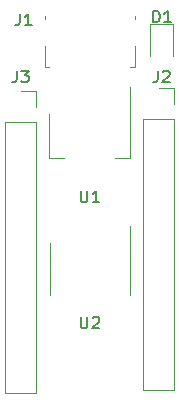
<source format=gbr>
%TF.GenerationSoftware,KiCad,Pcbnew,5.1.9-73d0e3b20d~88~ubuntu20.04.1*%
%TF.CreationDate,2021-06-24T22:41:13-04:00*%
%TF.ProjectId,stm32_breakout,73746d33-325f-4627-9265-616b6f75742e,rev?*%
%TF.SameCoordinates,Original*%
%TF.FileFunction,Legend,Top*%
%TF.FilePolarity,Positive*%
%FSLAX46Y46*%
G04 Gerber Fmt 4.6, Leading zero omitted, Abs format (unit mm)*
G04 Created by KiCad (PCBNEW 5.1.9-73d0e3b20d~88~ubuntu20.04.1) date 2021-06-24 22:41:13*
%MOMM*%
%LPD*%
G01*
G04 APERTURE LIST*
%ADD10C,0.120000*%
%ADD11C,0.150000*%
G04 APERTURE END LIST*
D10*
%TO.C,D1*%
X137216000Y-59021000D02*
X137216000Y-61706000D01*
X139136000Y-59021000D02*
X137216000Y-59021000D01*
X139136000Y-61706000D02*
X139136000Y-59021000D01*
%TO.C,J1*%
X135890000Y-58360000D02*
X135890000Y-58620000D01*
X135890000Y-60900000D02*
X135890000Y-62670000D01*
X135890000Y-62670000D02*
X135510000Y-62670000D01*
X128270000Y-62670000D02*
X128270000Y-60900000D01*
X128270000Y-58620000D02*
X128270000Y-58360000D01*
X128270000Y-62670000D02*
X128650000Y-62670000D01*
%TO.C,J2*%
X136592000Y-67056000D02*
X139252000Y-67056000D01*
X136592000Y-67056000D02*
X136592000Y-89976000D01*
X136592000Y-89976000D02*
X139252000Y-89976000D01*
X139252000Y-67056000D02*
X139252000Y-89976000D01*
X139252000Y-64456000D02*
X139252000Y-65786000D01*
X137922000Y-64456000D02*
X139252000Y-64456000D01*
%TO.C,J3*%
X126238000Y-64710000D02*
X127568000Y-64710000D01*
X127568000Y-64710000D02*
X127568000Y-66040000D01*
X127568000Y-67310000D02*
X127568000Y-90230000D01*
X124908000Y-90230000D02*
X127568000Y-90230000D01*
X124908000Y-67310000D02*
X124908000Y-90230000D01*
X124908000Y-67310000D02*
X127568000Y-67310000D01*
%TO.C,U1*%
X135490000Y-64378000D02*
X135490000Y-70388000D01*
X128670000Y-66628000D02*
X128670000Y-70388000D01*
X135490000Y-70388000D02*
X134230000Y-70388000D01*
X128670000Y-70388000D02*
X129930000Y-70388000D01*
%TO.C,U2*%
X135465000Y-79756000D02*
X135465000Y-76156000D01*
X135465000Y-79756000D02*
X135465000Y-81956000D01*
X128695000Y-79756000D02*
X128695000Y-77556000D01*
X128695000Y-79756000D02*
X128695000Y-81956000D01*
%TO.C,D1*%
D11*
X137437904Y-58872380D02*
X137437904Y-57872380D01*
X137676000Y-57872380D01*
X137818857Y-57920000D01*
X137914095Y-58015238D01*
X137961714Y-58110476D01*
X138009333Y-58300952D01*
X138009333Y-58443809D01*
X137961714Y-58634285D01*
X137914095Y-58729523D01*
X137818857Y-58824761D01*
X137676000Y-58872380D01*
X137437904Y-58872380D01*
X138961714Y-58872380D02*
X138390285Y-58872380D01*
X138676000Y-58872380D02*
X138676000Y-57872380D01*
X138580761Y-58015238D01*
X138485523Y-58110476D01*
X138390285Y-58158095D01*
%TO.C,J1*%
X126158666Y-58126380D02*
X126158666Y-58840666D01*
X126111047Y-58983523D01*
X126015809Y-59078761D01*
X125872952Y-59126380D01*
X125777714Y-59126380D01*
X127158666Y-59126380D02*
X126587238Y-59126380D01*
X126872952Y-59126380D02*
X126872952Y-58126380D01*
X126777714Y-58269238D01*
X126682476Y-58364476D01*
X126587238Y-58412095D01*
%TO.C,J2*%
X137842666Y-62952380D02*
X137842666Y-63666666D01*
X137795047Y-63809523D01*
X137699809Y-63904761D01*
X137556952Y-63952380D01*
X137461714Y-63952380D01*
X138271238Y-63047619D02*
X138318857Y-63000000D01*
X138414095Y-62952380D01*
X138652190Y-62952380D01*
X138747428Y-63000000D01*
X138795047Y-63047619D01*
X138842666Y-63142857D01*
X138842666Y-63238095D01*
X138795047Y-63380952D01*
X138223619Y-63952380D01*
X138842666Y-63952380D01*
%TO.C,J3*%
X125904666Y-62952380D02*
X125904666Y-63666666D01*
X125857047Y-63809523D01*
X125761809Y-63904761D01*
X125618952Y-63952380D01*
X125523714Y-63952380D01*
X126285619Y-62952380D02*
X126904666Y-62952380D01*
X126571333Y-63333333D01*
X126714190Y-63333333D01*
X126809428Y-63380952D01*
X126857047Y-63428571D01*
X126904666Y-63523809D01*
X126904666Y-63761904D01*
X126857047Y-63857142D01*
X126809428Y-63904761D01*
X126714190Y-63952380D01*
X126428476Y-63952380D01*
X126333238Y-63904761D01*
X126285619Y-63857142D01*
%TO.C,U1*%
X131318095Y-73112380D02*
X131318095Y-73921904D01*
X131365714Y-74017142D01*
X131413333Y-74064761D01*
X131508571Y-74112380D01*
X131699047Y-74112380D01*
X131794285Y-74064761D01*
X131841904Y-74017142D01*
X131889523Y-73921904D01*
X131889523Y-73112380D01*
X132889523Y-74112380D02*
X132318095Y-74112380D01*
X132603809Y-74112380D02*
X132603809Y-73112380D01*
X132508571Y-73255238D01*
X132413333Y-73350476D01*
X132318095Y-73398095D01*
%TO.C,U2*%
X131318095Y-83780380D02*
X131318095Y-84589904D01*
X131365714Y-84685142D01*
X131413333Y-84732761D01*
X131508571Y-84780380D01*
X131699047Y-84780380D01*
X131794285Y-84732761D01*
X131841904Y-84685142D01*
X131889523Y-84589904D01*
X131889523Y-83780380D01*
X132318095Y-83875619D02*
X132365714Y-83828000D01*
X132460952Y-83780380D01*
X132699047Y-83780380D01*
X132794285Y-83828000D01*
X132841904Y-83875619D01*
X132889523Y-83970857D01*
X132889523Y-84066095D01*
X132841904Y-84208952D01*
X132270476Y-84780380D01*
X132889523Y-84780380D01*
%TD*%
M02*

</source>
